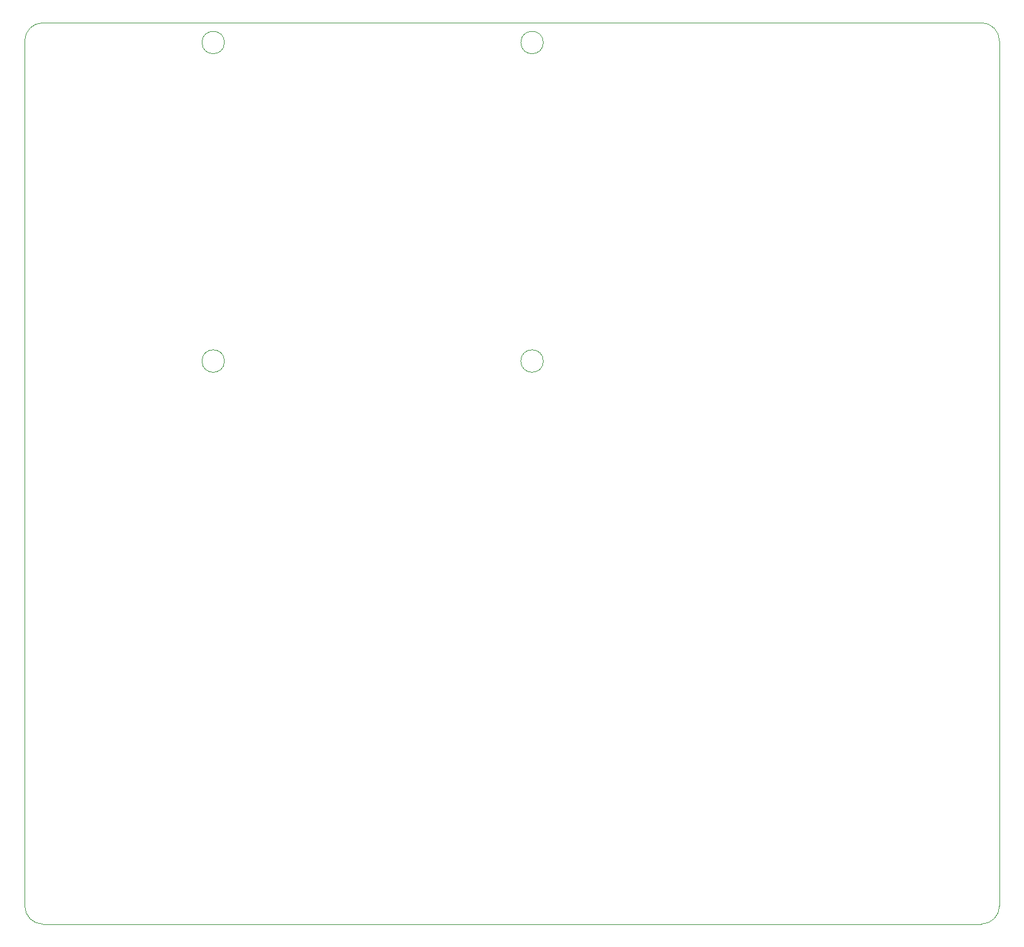
<source format=gm1>
G04 #@! TF.GenerationSoftware,KiCad,Pcbnew,7.0.10*
G04 #@! TF.CreationDate,2024-04-20T09:04:07+09:00*
G04 #@! TF.ProjectId,msx0_keyboard,6d737830-5f6b-4657-9962-6f6172642e6b,rev?*
G04 #@! TF.SameCoordinates,PX30291a0PY2faf080*
G04 #@! TF.FileFunction,Profile,NP*
%FSLAX46Y46*%
G04 Gerber Fmt 4.6, Leading zero omitted, Abs format (unit mm)*
G04 Created by KiCad (PCBNEW 7.0.10) date 2024-04-20 09:04:07*
%MOMM*%
%LPD*%
G01*
G04 APERTURE LIST*
G04 #@! TA.AperFunction,Profile*
%ADD10C,0.100000*%
G04 #@! TD*
G04 #@! TA.AperFunction,Profile*
%ADD11C,0.050000*%
G04 #@! TD*
G04 APERTURE END LIST*
D10*
X0Y-122000000D02*
G75*
G03*
X2500000Y-124500000I2500000J0D01*
G01*
X134500000Y-2500000D02*
G75*
G03*
X132000000Y0I-2500000J0D01*
G01*
X132000000Y-124500000D02*
G75*
G03*
X134500000Y-122000000I0J2500000D01*
G01*
X2500000Y0D02*
G75*
G03*
X0Y-2500000I0J-2500000D01*
G01*
X134500000Y-122000000D02*
X134500000Y-2500000D01*
X2500000Y0D02*
X132000000Y0D01*
X0Y-122000000D02*
X0Y-2500000D01*
X132000000Y-124500000D02*
X2500000Y-124500000D01*
D11*
X27556214Y-2728214D02*
G75*
G03*
X24456214Y-2728214I-1550000J0D01*
G01*
X24456214Y-2728214D02*
G75*
G03*
X27556214Y-2728214I1550000J0D01*
G01*
X27556214Y-46728214D02*
G75*
G03*
X24456214Y-46728214I-1550000J0D01*
G01*
X24456214Y-46728214D02*
G75*
G03*
X27556214Y-46728214I1550000J0D01*
G01*
X71556214Y-2728214D02*
G75*
G03*
X68456214Y-2728214I-1550000J0D01*
G01*
X68456214Y-2728214D02*
G75*
G03*
X71556214Y-2728214I1550000J0D01*
G01*
X71556214Y-46728214D02*
G75*
G03*
X68456214Y-46728214I-1550000J0D01*
G01*
X68456214Y-46728214D02*
G75*
G03*
X71556214Y-46728214I1550000J0D01*
G01*
M02*

</source>
